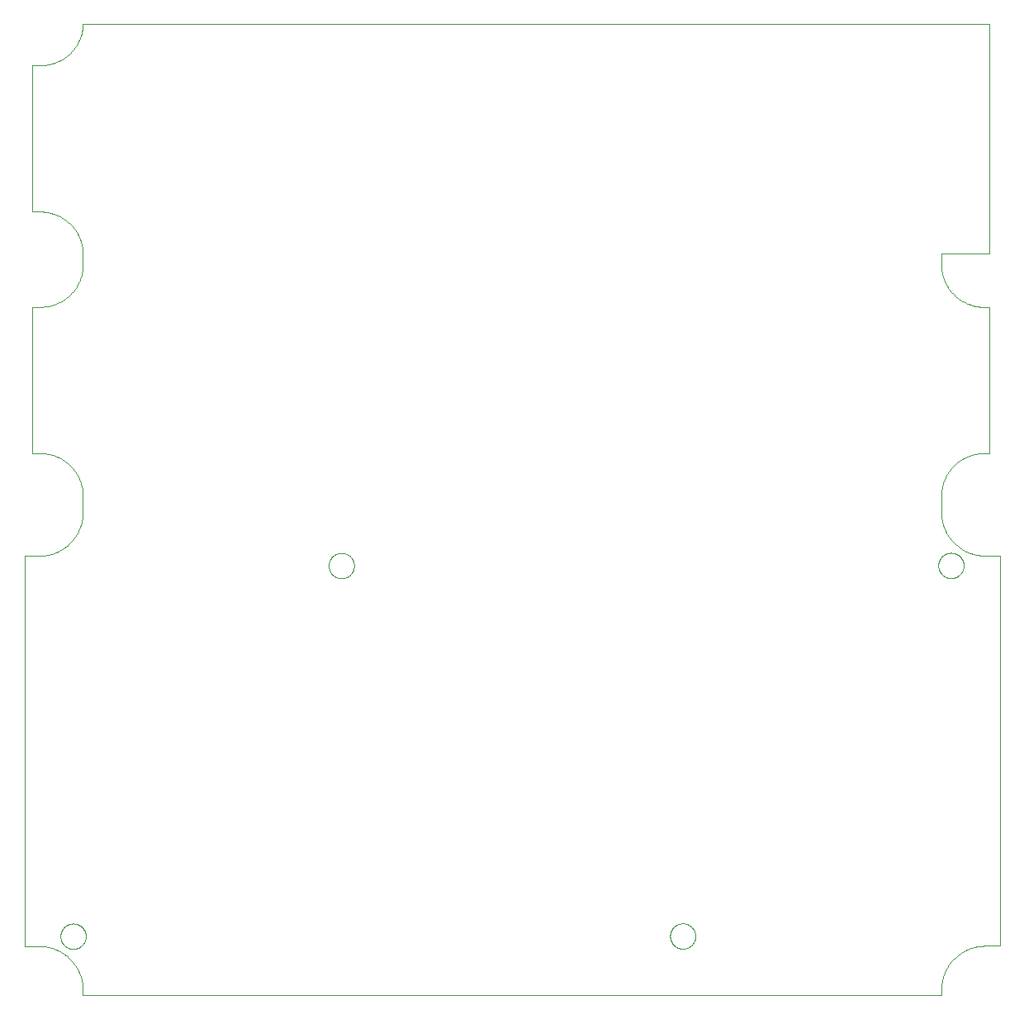
<source format=gbp>
G75*
%MOIN*%
%OFA0B0*%
%FSLAX25Y25*%
%IPPOS*%
%LPD*%
%AMOC8*
5,1,8,0,0,1.08239X$1,22.5*
%
%ADD10C,0.00000*%
D10*
X0008491Y0022031D02*
X0008919Y0022026D01*
X0009347Y0022010D01*
X0009774Y0021984D01*
X0010201Y0021948D01*
X0010627Y0021902D01*
X0011051Y0021845D01*
X0011474Y0021778D01*
X0011895Y0021701D01*
X0012314Y0021614D01*
X0012731Y0021516D01*
X0013145Y0021409D01*
X0013557Y0021291D01*
X0013966Y0021164D01*
X0014371Y0021027D01*
X0014774Y0020880D01*
X0015172Y0020723D01*
X0015567Y0020557D01*
X0015957Y0020381D01*
X0016343Y0020196D01*
X0016725Y0020002D01*
X0017101Y0019798D01*
X0017473Y0019586D01*
X0017839Y0019364D01*
X0018200Y0019134D01*
X0018555Y0018895D01*
X0018905Y0018647D01*
X0019248Y0018392D01*
X0019585Y0018127D01*
X0019916Y0017855D01*
X0020240Y0017575D01*
X0020557Y0017288D01*
X0020867Y0016992D01*
X0021169Y0016690D01*
X0021465Y0016380D01*
X0021752Y0016063D01*
X0022032Y0015739D01*
X0022304Y0015408D01*
X0022569Y0015071D01*
X0022824Y0014728D01*
X0023072Y0014378D01*
X0023311Y0014023D01*
X0023541Y0013662D01*
X0023763Y0013296D01*
X0023975Y0012924D01*
X0024179Y0012548D01*
X0024373Y0012166D01*
X0024558Y0011780D01*
X0024734Y0011390D01*
X0024900Y0010995D01*
X0025057Y0010597D01*
X0025204Y0010194D01*
X0025341Y0009789D01*
X0025468Y0009380D01*
X0025586Y0008968D01*
X0025693Y0008554D01*
X0025791Y0008137D01*
X0025878Y0007718D01*
X0025955Y0007297D01*
X0026022Y0006874D01*
X0026079Y0006450D01*
X0026125Y0006024D01*
X0026161Y0005597D01*
X0026187Y0005170D01*
X0026203Y0004742D01*
X0026208Y0004314D01*
X0026208Y0002375D01*
X0197133Y0002375D01*
X0201739Y0002375D01*
X0372664Y0002375D01*
X0372664Y0004373D01*
X0372669Y0004801D01*
X0372685Y0005229D01*
X0372711Y0005656D01*
X0372747Y0006083D01*
X0372793Y0006509D01*
X0372850Y0006933D01*
X0372917Y0007356D01*
X0372994Y0007777D01*
X0373081Y0008196D01*
X0373179Y0008613D01*
X0373286Y0009027D01*
X0373404Y0009439D01*
X0373531Y0009848D01*
X0373668Y0010253D01*
X0373815Y0010656D01*
X0373972Y0011054D01*
X0374138Y0011449D01*
X0374314Y0011839D01*
X0374499Y0012225D01*
X0374693Y0012607D01*
X0374897Y0012983D01*
X0375109Y0013355D01*
X0375331Y0013721D01*
X0375561Y0014082D01*
X0375800Y0014437D01*
X0376048Y0014787D01*
X0376303Y0015130D01*
X0376568Y0015467D01*
X0376840Y0015798D01*
X0377120Y0016122D01*
X0377407Y0016439D01*
X0377703Y0016749D01*
X0378005Y0017051D01*
X0378315Y0017347D01*
X0378632Y0017634D01*
X0378956Y0017914D01*
X0379287Y0018186D01*
X0379624Y0018451D01*
X0379967Y0018706D01*
X0380317Y0018954D01*
X0380672Y0019193D01*
X0381033Y0019423D01*
X0381399Y0019645D01*
X0381771Y0019857D01*
X0382147Y0020061D01*
X0382529Y0020255D01*
X0382915Y0020440D01*
X0383305Y0020616D01*
X0383700Y0020782D01*
X0384098Y0020939D01*
X0384501Y0021086D01*
X0384906Y0021223D01*
X0385315Y0021350D01*
X0385727Y0021468D01*
X0386141Y0021575D01*
X0386558Y0021673D01*
X0386977Y0021760D01*
X0387398Y0021837D01*
X0387821Y0021904D01*
X0388245Y0021961D01*
X0388671Y0022007D01*
X0389098Y0022043D01*
X0389525Y0022069D01*
X0389953Y0022085D01*
X0390381Y0022090D01*
X0396286Y0022090D01*
X0396286Y0179570D01*
X0390381Y0179570D01*
X0371483Y0175633D02*
X0371485Y0175776D01*
X0371491Y0175919D01*
X0371501Y0176061D01*
X0371515Y0176203D01*
X0371533Y0176345D01*
X0371555Y0176487D01*
X0371580Y0176627D01*
X0371610Y0176767D01*
X0371644Y0176906D01*
X0371681Y0177044D01*
X0371723Y0177181D01*
X0371768Y0177316D01*
X0371817Y0177450D01*
X0371869Y0177583D01*
X0371925Y0177715D01*
X0371985Y0177844D01*
X0372049Y0177972D01*
X0372116Y0178099D01*
X0372187Y0178223D01*
X0372261Y0178345D01*
X0372338Y0178465D01*
X0372419Y0178583D01*
X0372503Y0178699D01*
X0372590Y0178812D01*
X0372680Y0178923D01*
X0372774Y0179031D01*
X0372870Y0179137D01*
X0372969Y0179239D01*
X0373072Y0179339D01*
X0373176Y0179436D01*
X0373284Y0179531D01*
X0373394Y0179622D01*
X0373507Y0179710D01*
X0373622Y0179794D01*
X0373739Y0179876D01*
X0373859Y0179954D01*
X0373980Y0180029D01*
X0374104Y0180101D01*
X0374230Y0180169D01*
X0374357Y0180233D01*
X0374487Y0180294D01*
X0374618Y0180351D01*
X0374750Y0180405D01*
X0374884Y0180454D01*
X0375019Y0180501D01*
X0375156Y0180543D01*
X0375294Y0180581D01*
X0375432Y0180616D01*
X0375572Y0180646D01*
X0375712Y0180673D01*
X0375853Y0180696D01*
X0375995Y0180715D01*
X0376137Y0180730D01*
X0376280Y0180741D01*
X0376422Y0180748D01*
X0376565Y0180751D01*
X0376708Y0180750D01*
X0376851Y0180745D01*
X0376994Y0180736D01*
X0377136Y0180723D01*
X0377278Y0180706D01*
X0377419Y0180685D01*
X0377560Y0180660D01*
X0377700Y0180632D01*
X0377839Y0180599D01*
X0377977Y0180562D01*
X0378114Y0180522D01*
X0378250Y0180478D01*
X0378385Y0180430D01*
X0378518Y0180378D01*
X0378650Y0180323D01*
X0378780Y0180264D01*
X0378909Y0180201D01*
X0379035Y0180135D01*
X0379160Y0180065D01*
X0379283Y0179992D01*
X0379403Y0179916D01*
X0379522Y0179836D01*
X0379638Y0179752D01*
X0379752Y0179666D01*
X0379863Y0179576D01*
X0379972Y0179484D01*
X0380078Y0179388D01*
X0380182Y0179290D01*
X0380283Y0179188D01*
X0380380Y0179084D01*
X0380475Y0178977D01*
X0380567Y0178868D01*
X0380656Y0178756D01*
X0380742Y0178641D01*
X0380824Y0178525D01*
X0380903Y0178405D01*
X0380979Y0178284D01*
X0381051Y0178161D01*
X0381120Y0178036D01*
X0381185Y0177909D01*
X0381247Y0177780D01*
X0381305Y0177649D01*
X0381360Y0177517D01*
X0381410Y0177383D01*
X0381457Y0177248D01*
X0381501Y0177112D01*
X0381540Y0176975D01*
X0381575Y0176836D01*
X0381607Y0176697D01*
X0381635Y0176557D01*
X0381659Y0176416D01*
X0381679Y0176274D01*
X0381695Y0176132D01*
X0381707Y0175990D01*
X0381715Y0175847D01*
X0381719Y0175704D01*
X0381719Y0175562D01*
X0381715Y0175419D01*
X0381707Y0175276D01*
X0381695Y0175134D01*
X0381679Y0174992D01*
X0381659Y0174850D01*
X0381635Y0174709D01*
X0381607Y0174569D01*
X0381575Y0174430D01*
X0381540Y0174291D01*
X0381501Y0174154D01*
X0381457Y0174018D01*
X0381410Y0173883D01*
X0381360Y0173749D01*
X0381305Y0173617D01*
X0381247Y0173486D01*
X0381185Y0173357D01*
X0381120Y0173230D01*
X0381051Y0173105D01*
X0380979Y0172982D01*
X0380903Y0172861D01*
X0380824Y0172741D01*
X0380742Y0172625D01*
X0380656Y0172510D01*
X0380567Y0172398D01*
X0380475Y0172289D01*
X0380380Y0172182D01*
X0380283Y0172078D01*
X0380182Y0171976D01*
X0380078Y0171878D01*
X0379972Y0171782D01*
X0379863Y0171690D01*
X0379752Y0171600D01*
X0379638Y0171514D01*
X0379522Y0171430D01*
X0379403Y0171350D01*
X0379283Y0171274D01*
X0379160Y0171201D01*
X0379035Y0171131D01*
X0378909Y0171065D01*
X0378780Y0171002D01*
X0378650Y0170943D01*
X0378518Y0170888D01*
X0378385Y0170836D01*
X0378250Y0170788D01*
X0378114Y0170744D01*
X0377977Y0170704D01*
X0377839Y0170667D01*
X0377700Y0170634D01*
X0377560Y0170606D01*
X0377419Y0170581D01*
X0377278Y0170560D01*
X0377136Y0170543D01*
X0376994Y0170530D01*
X0376851Y0170521D01*
X0376708Y0170516D01*
X0376565Y0170515D01*
X0376422Y0170518D01*
X0376280Y0170525D01*
X0376137Y0170536D01*
X0375995Y0170551D01*
X0375853Y0170570D01*
X0375712Y0170593D01*
X0375572Y0170620D01*
X0375432Y0170650D01*
X0375294Y0170685D01*
X0375156Y0170723D01*
X0375019Y0170765D01*
X0374884Y0170812D01*
X0374750Y0170861D01*
X0374618Y0170915D01*
X0374487Y0170972D01*
X0374357Y0171033D01*
X0374230Y0171097D01*
X0374104Y0171165D01*
X0373980Y0171237D01*
X0373859Y0171312D01*
X0373739Y0171390D01*
X0373622Y0171472D01*
X0373507Y0171556D01*
X0373394Y0171644D01*
X0373284Y0171735D01*
X0373176Y0171830D01*
X0373072Y0171927D01*
X0372969Y0172027D01*
X0372870Y0172129D01*
X0372774Y0172235D01*
X0372680Y0172343D01*
X0372590Y0172454D01*
X0372503Y0172567D01*
X0372419Y0172683D01*
X0372338Y0172801D01*
X0372261Y0172921D01*
X0372187Y0173043D01*
X0372116Y0173167D01*
X0372049Y0173294D01*
X0371985Y0173422D01*
X0371925Y0173551D01*
X0371869Y0173683D01*
X0371817Y0173816D01*
X0371768Y0173950D01*
X0371723Y0174085D01*
X0371681Y0174222D01*
X0371644Y0174360D01*
X0371610Y0174499D01*
X0371580Y0174639D01*
X0371555Y0174779D01*
X0371533Y0174921D01*
X0371515Y0175063D01*
X0371501Y0175205D01*
X0371491Y0175347D01*
X0371485Y0175490D01*
X0371483Y0175633D01*
X0372664Y0197286D02*
X0372664Y0199225D01*
X0372664Y0204225D01*
X0372665Y0204225D02*
X0372682Y0204641D01*
X0372709Y0205056D01*
X0372747Y0205470D01*
X0372794Y0205884D01*
X0372851Y0206296D01*
X0372919Y0206706D01*
X0372996Y0207115D01*
X0373083Y0207522D01*
X0373180Y0207927D01*
X0373286Y0208329D01*
X0373402Y0208728D01*
X0373528Y0209125D01*
X0373664Y0209518D01*
X0373809Y0209908D01*
X0373963Y0210294D01*
X0374127Y0210677D01*
X0374299Y0211055D01*
X0374481Y0211430D01*
X0374672Y0211799D01*
X0374872Y0212164D01*
X0375080Y0212524D01*
X0375297Y0212879D01*
X0375523Y0213229D01*
X0375757Y0213573D01*
X0375999Y0213911D01*
X0376250Y0214243D01*
X0376508Y0214569D01*
X0376774Y0214889D01*
X0377048Y0215202D01*
X0377329Y0215509D01*
X0377618Y0215808D01*
X0377914Y0216101D01*
X0378216Y0216386D01*
X0378526Y0216664D01*
X0378842Y0216935D01*
X0379165Y0217197D01*
X0379494Y0217452D01*
X0379828Y0217699D01*
X0380169Y0217938D01*
X0380516Y0218168D01*
X0380868Y0218390D01*
X0381225Y0218603D01*
X0381587Y0218808D01*
X0381954Y0219004D01*
X0382326Y0219191D01*
X0382702Y0219368D01*
X0383082Y0219537D01*
X0383466Y0219697D01*
X0383854Y0219847D01*
X0384246Y0219987D01*
X0384641Y0220119D01*
X0385039Y0220240D01*
X0385439Y0220352D01*
X0385843Y0220455D01*
X0386248Y0220547D01*
X0386656Y0220630D01*
X0387066Y0220703D01*
X0387477Y0220765D01*
X0387889Y0220818D01*
X0388303Y0220861D01*
X0388718Y0220894D01*
X0389133Y0220917D01*
X0389549Y0220930D01*
X0389965Y0220933D01*
X0390381Y0220925D01*
X0390381Y0220926D02*
X0392118Y0220926D01*
X0392118Y0280006D01*
X0390381Y0280006D01*
X0390380Y0280006D02*
X0389964Y0279999D01*
X0389548Y0280002D01*
X0389132Y0280015D01*
X0388716Y0280038D01*
X0388301Y0280072D01*
X0387887Y0280115D01*
X0387475Y0280168D01*
X0387063Y0280231D01*
X0386653Y0280304D01*
X0386246Y0280387D01*
X0385840Y0280480D01*
X0385436Y0280583D01*
X0385035Y0280695D01*
X0384638Y0280817D01*
X0384243Y0280948D01*
X0383851Y0281089D01*
X0383463Y0281240D01*
X0383078Y0281400D01*
X0382698Y0281569D01*
X0382322Y0281747D01*
X0381950Y0281934D01*
X0381583Y0282130D01*
X0381221Y0282335D01*
X0380863Y0282549D01*
X0380511Y0282771D01*
X0380165Y0283002D01*
X0379824Y0283240D01*
X0379489Y0283488D01*
X0379160Y0283743D01*
X0378838Y0284006D01*
X0378521Y0284276D01*
X0378212Y0284555D01*
X0377909Y0284840D01*
X0377613Y0285133D01*
X0377325Y0285433D01*
X0377044Y0285740D01*
X0376770Y0286054D01*
X0376504Y0286374D01*
X0376246Y0286700D01*
X0375995Y0287033D01*
X0375753Y0287371D01*
X0375519Y0287716D01*
X0375293Y0288066D01*
X0375076Y0288421D01*
X0374868Y0288781D01*
X0374668Y0289146D01*
X0374478Y0289516D01*
X0374296Y0289891D01*
X0374123Y0290270D01*
X0373960Y0290652D01*
X0373806Y0291039D01*
X0373661Y0291429D01*
X0373526Y0291823D01*
X0373400Y0292220D01*
X0373284Y0292620D01*
X0373177Y0293022D01*
X0373081Y0293427D01*
X0372994Y0293834D01*
X0372917Y0294243D01*
X0372850Y0294654D01*
X0372793Y0295066D01*
X0372746Y0295480D01*
X0372708Y0295894D01*
X0372681Y0296310D01*
X0372664Y0296726D01*
X0372664Y0296725D02*
X0372664Y0301725D01*
X0392118Y0301725D01*
X0392118Y0394225D01*
X0348993Y0394225D01*
X0343993Y0394225D01*
X0300868Y0394225D01*
X0295868Y0394225D01*
X0252743Y0394225D01*
X0247743Y0394225D01*
X0204618Y0394225D01*
X0203993Y0394225D01*
X0199618Y0394225D01*
X0138368Y0394225D01*
X0133368Y0394225D01*
X0026208Y0394225D01*
X0026207Y0394226D02*
X0026190Y0393810D01*
X0026163Y0393395D01*
X0026125Y0392981D01*
X0026078Y0392567D01*
X0026021Y0392155D01*
X0025953Y0391745D01*
X0025876Y0391336D01*
X0025789Y0390929D01*
X0025692Y0390524D01*
X0025586Y0390122D01*
X0025470Y0389723D01*
X0025344Y0389326D01*
X0025208Y0388933D01*
X0025063Y0388543D01*
X0024909Y0388157D01*
X0024745Y0387774D01*
X0024573Y0387396D01*
X0024391Y0387021D01*
X0024200Y0386652D01*
X0024000Y0386287D01*
X0023792Y0385927D01*
X0023575Y0385572D01*
X0023349Y0385222D01*
X0023115Y0384878D01*
X0022873Y0384540D01*
X0022622Y0384208D01*
X0022364Y0383882D01*
X0022098Y0383562D01*
X0021824Y0383249D01*
X0021543Y0382942D01*
X0021254Y0382643D01*
X0020958Y0382350D01*
X0020656Y0382065D01*
X0020346Y0381787D01*
X0020030Y0381516D01*
X0019707Y0381254D01*
X0019378Y0380999D01*
X0019044Y0380752D01*
X0018703Y0380513D01*
X0018356Y0380283D01*
X0018004Y0380061D01*
X0017647Y0379848D01*
X0017285Y0379643D01*
X0016918Y0379447D01*
X0016546Y0379260D01*
X0016170Y0379083D01*
X0015790Y0378914D01*
X0015406Y0378754D01*
X0015018Y0378604D01*
X0014626Y0378464D01*
X0014231Y0378332D01*
X0013833Y0378211D01*
X0013433Y0378099D01*
X0013029Y0377996D01*
X0012624Y0377904D01*
X0012216Y0377821D01*
X0011806Y0377748D01*
X0011395Y0377686D01*
X0010983Y0377633D01*
X0010569Y0377590D01*
X0010154Y0377557D01*
X0009739Y0377534D01*
X0009323Y0377521D01*
X0008907Y0377518D01*
X0008491Y0377526D01*
X0008491Y0377525D02*
X0005868Y0377525D01*
X0005868Y0318445D01*
X0008491Y0318445D01*
X0008492Y0318445D02*
X0008914Y0318452D01*
X0009337Y0318449D01*
X0009759Y0318435D01*
X0010182Y0318411D01*
X0010603Y0318376D01*
X0011023Y0318332D01*
X0011442Y0318277D01*
X0011860Y0318211D01*
X0012276Y0318136D01*
X0012690Y0318050D01*
X0013102Y0317954D01*
X0013511Y0317848D01*
X0013918Y0317732D01*
X0014321Y0317606D01*
X0014722Y0317470D01*
X0015118Y0317325D01*
X0015512Y0317170D01*
X0015901Y0317005D01*
X0016286Y0316830D01*
X0016667Y0316647D01*
X0017043Y0316454D01*
X0017414Y0316251D01*
X0017780Y0316040D01*
X0018141Y0315820D01*
X0018497Y0315591D01*
X0018846Y0315353D01*
X0019190Y0315107D01*
X0019528Y0314853D01*
X0019859Y0314590D01*
X0020183Y0314319D01*
X0020501Y0314041D01*
X0020812Y0313754D01*
X0021116Y0313460D01*
X0021413Y0313159D01*
X0021702Y0312851D01*
X0021983Y0312535D01*
X0022257Y0312213D01*
X0022523Y0311884D01*
X0022780Y0311549D01*
X0023029Y0311207D01*
X0023270Y0310860D01*
X0023502Y0310506D01*
X0023725Y0310147D01*
X0023940Y0309783D01*
X0024145Y0309414D01*
X0024342Y0309039D01*
X0024529Y0308660D01*
X0024706Y0308276D01*
X0024875Y0307889D01*
X0025033Y0307497D01*
X0025182Y0307101D01*
X0025322Y0306702D01*
X0025451Y0306300D01*
X0025571Y0305894D01*
X0025680Y0305486D01*
X0025780Y0305075D01*
X0025869Y0304662D01*
X0025948Y0304246D01*
X0026017Y0303829D01*
X0026076Y0303411D01*
X0026124Y0302991D01*
X0026163Y0302570D01*
X0026190Y0302148D01*
X0026208Y0301725D01*
X0026208Y0296725D01*
X0026207Y0296726D02*
X0026190Y0296310D01*
X0026163Y0295895D01*
X0026125Y0295481D01*
X0026078Y0295067D01*
X0026021Y0294655D01*
X0025953Y0294245D01*
X0025876Y0293836D01*
X0025789Y0293429D01*
X0025692Y0293024D01*
X0025586Y0292622D01*
X0025470Y0292223D01*
X0025344Y0291826D01*
X0025208Y0291433D01*
X0025063Y0291043D01*
X0024909Y0290657D01*
X0024745Y0290274D01*
X0024573Y0289896D01*
X0024391Y0289521D01*
X0024200Y0289152D01*
X0024000Y0288787D01*
X0023792Y0288427D01*
X0023575Y0288072D01*
X0023349Y0287722D01*
X0023115Y0287378D01*
X0022873Y0287040D01*
X0022622Y0286708D01*
X0022364Y0286382D01*
X0022098Y0286062D01*
X0021824Y0285749D01*
X0021543Y0285442D01*
X0021254Y0285143D01*
X0020958Y0284850D01*
X0020656Y0284565D01*
X0020346Y0284287D01*
X0020030Y0284016D01*
X0019707Y0283754D01*
X0019378Y0283499D01*
X0019044Y0283252D01*
X0018703Y0283013D01*
X0018356Y0282783D01*
X0018004Y0282561D01*
X0017647Y0282348D01*
X0017285Y0282143D01*
X0016918Y0281947D01*
X0016546Y0281760D01*
X0016170Y0281583D01*
X0015790Y0281414D01*
X0015406Y0281254D01*
X0015018Y0281104D01*
X0014626Y0280964D01*
X0014231Y0280832D01*
X0013833Y0280711D01*
X0013433Y0280599D01*
X0013029Y0280496D01*
X0012624Y0280404D01*
X0012216Y0280321D01*
X0011806Y0280248D01*
X0011395Y0280186D01*
X0010983Y0280133D01*
X0010569Y0280090D01*
X0010154Y0280057D01*
X0009739Y0280034D01*
X0009323Y0280021D01*
X0008907Y0280018D01*
X0008491Y0280026D01*
X0008491Y0280025D02*
X0005868Y0280025D01*
X0005868Y0220945D01*
X0008491Y0220945D01*
X0026208Y0204225D02*
X0026208Y0199225D01*
X0026208Y0197227D01*
X0026203Y0196799D01*
X0026187Y0196371D01*
X0026161Y0195944D01*
X0026125Y0195517D01*
X0026079Y0195091D01*
X0026022Y0194667D01*
X0025955Y0194244D01*
X0025878Y0193823D01*
X0025791Y0193404D01*
X0025693Y0192987D01*
X0025586Y0192573D01*
X0025468Y0192161D01*
X0025341Y0191752D01*
X0025204Y0191347D01*
X0025057Y0190944D01*
X0024900Y0190546D01*
X0024734Y0190151D01*
X0024558Y0189761D01*
X0024373Y0189375D01*
X0024179Y0188993D01*
X0023975Y0188617D01*
X0023763Y0188245D01*
X0023541Y0187879D01*
X0023311Y0187518D01*
X0023072Y0187163D01*
X0022824Y0186813D01*
X0022569Y0186470D01*
X0022304Y0186133D01*
X0022032Y0185802D01*
X0021752Y0185478D01*
X0021465Y0185161D01*
X0021169Y0184851D01*
X0020867Y0184549D01*
X0020557Y0184253D01*
X0020240Y0183966D01*
X0019916Y0183686D01*
X0019585Y0183414D01*
X0019248Y0183149D01*
X0018905Y0182894D01*
X0018555Y0182646D01*
X0018200Y0182407D01*
X0017839Y0182177D01*
X0017473Y0181955D01*
X0017101Y0181743D01*
X0016725Y0181539D01*
X0016343Y0181345D01*
X0015957Y0181160D01*
X0015567Y0180984D01*
X0015172Y0180818D01*
X0014774Y0180661D01*
X0014371Y0180514D01*
X0013966Y0180377D01*
X0013557Y0180250D01*
X0013145Y0180132D01*
X0012731Y0180025D01*
X0012314Y0179927D01*
X0011895Y0179840D01*
X0011474Y0179763D01*
X0011051Y0179696D01*
X0010627Y0179639D01*
X0010201Y0179593D01*
X0009774Y0179557D01*
X0009347Y0179531D01*
X0008919Y0179515D01*
X0008491Y0179510D01*
X0008491Y0179511D02*
X0002586Y0179511D01*
X0002586Y0022031D01*
X0008491Y0022031D01*
X0017153Y0025968D02*
X0017155Y0026111D01*
X0017161Y0026254D01*
X0017171Y0026396D01*
X0017185Y0026538D01*
X0017203Y0026680D01*
X0017225Y0026822D01*
X0017250Y0026962D01*
X0017280Y0027102D01*
X0017314Y0027241D01*
X0017351Y0027379D01*
X0017393Y0027516D01*
X0017438Y0027651D01*
X0017487Y0027785D01*
X0017539Y0027918D01*
X0017595Y0028050D01*
X0017655Y0028179D01*
X0017719Y0028307D01*
X0017786Y0028434D01*
X0017857Y0028558D01*
X0017931Y0028680D01*
X0018008Y0028800D01*
X0018089Y0028918D01*
X0018173Y0029034D01*
X0018260Y0029147D01*
X0018350Y0029258D01*
X0018444Y0029366D01*
X0018540Y0029472D01*
X0018639Y0029574D01*
X0018742Y0029674D01*
X0018846Y0029771D01*
X0018954Y0029866D01*
X0019064Y0029957D01*
X0019177Y0030045D01*
X0019292Y0030129D01*
X0019409Y0030211D01*
X0019529Y0030289D01*
X0019650Y0030364D01*
X0019774Y0030436D01*
X0019900Y0030504D01*
X0020027Y0030568D01*
X0020157Y0030629D01*
X0020288Y0030686D01*
X0020420Y0030740D01*
X0020554Y0030789D01*
X0020689Y0030836D01*
X0020826Y0030878D01*
X0020964Y0030916D01*
X0021102Y0030951D01*
X0021242Y0030981D01*
X0021382Y0031008D01*
X0021523Y0031031D01*
X0021665Y0031050D01*
X0021807Y0031065D01*
X0021950Y0031076D01*
X0022092Y0031083D01*
X0022235Y0031086D01*
X0022378Y0031085D01*
X0022521Y0031080D01*
X0022664Y0031071D01*
X0022806Y0031058D01*
X0022948Y0031041D01*
X0023089Y0031020D01*
X0023230Y0030995D01*
X0023370Y0030967D01*
X0023509Y0030934D01*
X0023647Y0030897D01*
X0023784Y0030857D01*
X0023920Y0030813D01*
X0024055Y0030765D01*
X0024188Y0030713D01*
X0024320Y0030658D01*
X0024450Y0030599D01*
X0024579Y0030536D01*
X0024705Y0030470D01*
X0024830Y0030400D01*
X0024953Y0030327D01*
X0025073Y0030251D01*
X0025192Y0030171D01*
X0025308Y0030087D01*
X0025422Y0030001D01*
X0025533Y0029911D01*
X0025642Y0029819D01*
X0025748Y0029723D01*
X0025852Y0029625D01*
X0025953Y0029523D01*
X0026050Y0029419D01*
X0026145Y0029312D01*
X0026237Y0029203D01*
X0026326Y0029091D01*
X0026412Y0028976D01*
X0026494Y0028860D01*
X0026573Y0028740D01*
X0026649Y0028619D01*
X0026721Y0028496D01*
X0026790Y0028371D01*
X0026855Y0028244D01*
X0026917Y0028115D01*
X0026975Y0027984D01*
X0027030Y0027852D01*
X0027080Y0027718D01*
X0027127Y0027583D01*
X0027171Y0027447D01*
X0027210Y0027310D01*
X0027245Y0027171D01*
X0027277Y0027032D01*
X0027305Y0026892D01*
X0027329Y0026751D01*
X0027349Y0026609D01*
X0027365Y0026467D01*
X0027377Y0026325D01*
X0027385Y0026182D01*
X0027389Y0026039D01*
X0027389Y0025897D01*
X0027385Y0025754D01*
X0027377Y0025611D01*
X0027365Y0025469D01*
X0027349Y0025327D01*
X0027329Y0025185D01*
X0027305Y0025044D01*
X0027277Y0024904D01*
X0027245Y0024765D01*
X0027210Y0024626D01*
X0027171Y0024489D01*
X0027127Y0024353D01*
X0027080Y0024218D01*
X0027030Y0024084D01*
X0026975Y0023952D01*
X0026917Y0023821D01*
X0026855Y0023692D01*
X0026790Y0023565D01*
X0026721Y0023440D01*
X0026649Y0023317D01*
X0026573Y0023196D01*
X0026494Y0023076D01*
X0026412Y0022960D01*
X0026326Y0022845D01*
X0026237Y0022733D01*
X0026145Y0022624D01*
X0026050Y0022517D01*
X0025953Y0022413D01*
X0025852Y0022311D01*
X0025748Y0022213D01*
X0025642Y0022117D01*
X0025533Y0022025D01*
X0025422Y0021935D01*
X0025308Y0021849D01*
X0025192Y0021765D01*
X0025073Y0021685D01*
X0024953Y0021609D01*
X0024830Y0021536D01*
X0024705Y0021466D01*
X0024579Y0021400D01*
X0024450Y0021337D01*
X0024320Y0021278D01*
X0024188Y0021223D01*
X0024055Y0021171D01*
X0023920Y0021123D01*
X0023784Y0021079D01*
X0023647Y0021039D01*
X0023509Y0021002D01*
X0023370Y0020969D01*
X0023230Y0020941D01*
X0023089Y0020916D01*
X0022948Y0020895D01*
X0022806Y0020878D01*
X0022664Y0020865D01*
X0022521Y0020856D01*
X0022378Y0020851D01*
X0022235Y0020850D01*
X0022092Y0020853D01*
X0021950Y0020860D01*
X0021807Y0020871D01*
X0021665Y0020886D01*
X0021523Y0020905D01*
X0021382Y0020928D01*
X0021242Y0020955D01*
X0021102Y0020985D01*
X0020964Y0021020D01*
X0020826Y0021058D01*
X0020689Y0021100D01*
X0020554Y0021147D01*
X0020420Y0021196D01*
X0020288Y0021250D01*
X0020157Y0021307D01*
X0020027Y0021368D01*
X0019900Y0021432D01*
X0019774Y0021500D01*
X0019650Y0021572D01*
X0019529Y0021647D01*
X0019409Y0021725D01*
X0019292Y0021807D01*
X0019177Y0021891D01*
X0019064Y0021979D01*
X0018954Y0022070D01*
X0018846Y0022165D01*
X0018742Y0022262D01*
X0018639Y0022362D01*
X0018540Y0022464D01*
X0018444Y0022570D01*
X0018350Y0022678D01*
X0018260Y0022789D01*
X0018173Y0022902D01*
X0018089Y0023018D01*
X0018008Y0023136D01*
X0017931Y0023256D01*
X0017857Y0023378D01*
X0017786Y0023502D01*
X0017719Y0023629D01*
X0017655Y0023757D01*
X0017595Y0023886D01*
X0017539Y0024018D01*
X0017487Y0024151D01*
X0017438Y0024285D01*
X0017393Y0024420D01*
X0017351Y0024557D01*
X0017314Y0024695D01*
X0017280Y0024834D01*
X0017250Y0024974D01*
X0017225Y0025114D01*
X0017203Y0025256D01*
X0017185Y0025398D01*
X0017171Y0025540D01*
X0017161Y0025682D01*
X0017155Y0025825D01*
X0017153Y0025968D01*
X0125420Y0175574D02*
X0125422Y0175717D01*
X0125428Y0175860D01*
X0125438Y0176002D01*
X0125452Y0176144D01*
X0125470Y0176286D01*
X0125492Y0176428D01*
X0125517Y0176568D01*
X0125547Y0176708D01*
X0125581Y0176847D01*
X0125618Y0176985D01*
X0125660Y0177122D01*
X0125705Y0177257D01*
X0125754Y0177391D01*
X0125806Y0177524D01*
X0125862Y0177656D01*
X0125922Y0177785D01*
X0125986Y0177913D01*
X0126053Y0178040D01*
X0126124Y0178164D01*
X0126198Y0178286D01*
X0126275Y0178406D01*
X0126356Y0178524D01*
X0126440Y0178640D01*
X0126527Y0178753D01*
X0126617Y0178864D01*
X0126711Y0178972D01*
X0126807Y0179078D01*
X0126906Y0179180D01*
X0127009Y0179280D01*
X0127113Y0179377D01*
X0127221Y0179472D01*
X0127331Y0179563D01*
X0127444Y0179651D01*
X0127559Y0179735D01*
X0127676Y0179817D01*
X0127796Y0179895D01*
X0127917Y0179970D01*
X0128041Y0180042D01*
X0128167Y0180110D01*
X0128294Y0180174D01*
X0128424Y0180235D01*
X0128555Y0180292D01*
X0128687Y0180346D01*
X0128821Y0180395D01*
X0128956Y0180442D01*
X0129093Y0180484D01*
X0129231Y0180522D01*
X0129369Y0180557D01*
X0129509Y0180587D01*
X0129649Y0180614D01*
X0129790Y0180637D01*
X0129932Y0180656D01*
X0130074Y0180671D01*
X0130217Y0180682D01*
X0130359Y0180689D01*
X0130502Y0180692D01*
X0130645Y0180691D01*
X0130788Y0180686D01*
X0130931Y0180677D01*
X0131073Y0180664D01*
X0131215Y0180647D01*
X0131356Y0180626D01*
X0131497Y0180601D01*
X0131637Y0180573D01*
X0131776Y0180540D01*
X0131914Y0180503D01*
X0132051Y0180463D01*
X0132187Y0180419D01*
X0132322Y0180371D01*
X0132455Y0180319D01*
X0132587Y0180264D01*
X0132717Y0180205D01*
X0132846Y0180142D01*
X0132972Y0180076D01*
X0133097Y0180006D01*
X0133220Y0179933D01*
X0133340Y0179857D01*
X0133459Y0179777D01*
X0133575Y0179693D01*
X0133689Y0179607D01*
X0133800Y0179517D01*
X0133909Y0179425D01*
X0134015Y0179329D01*
X0134119Y0179231D01*
X0134220Y0179129D01*
X0134317Y0179025D01*
X0134412Y0178918D01*
X0134504Y0178809D01*
X0134593Y0178697D01*
X0134679Y0178582D01*
X0134761Y0178466D01*
X0134840Y0178346D01*
X0134916Y0178225D01*
X0134988Y0178102D01*
X0135057Y0177977D01*
X0135122Y0177850D01*
X0135184Y0177721D01*
X0135242Y0177590D01*
X0135297Y0177458D01*
X0135347Y0177324D01*
X0135394Y0177189D01*
X0135438Y0177053D01*
X0135477Y0176916D01*
X0135512Y0176777D01*
X0135544Y0176638D01*
X0135572Y0176498D01*
X0135596Y0176357D01*
X0135616Y0176215D01*
X0135632Y0176073D01*
X0135644Y0175931D01*
X0135652Y0175788D01*
X0135656Y0175645D01*
X0135656Y0175503D01*
X0135652Y0175360D01*
X0135644Y0175217D01*
X0135632Y0175075D01*
X0135616Y0174933D01*
X0135596Y0174791D01*
X0135572Y0174650D01*
X0135544Y0174510D01*
X0135512Y0174371D01*
X0135477Y0174232D01*
X0135438Y0174095D01*
X0135394Y0173959D01*
X0135347Y0173824D01*
X0135297Y0173690D01*
X0135242Y0173558D01*
X0135184Y0173427D01*
X0135122Y0173298D01*
X0135057Y0173171D01*
X0134988Y0173046D01*
X0134916Y0172923D01*
X0134840Y0172802D01*
X0134761Y0172682D01*
X0134679Y0172566D01*
X0134593Y0172451D01*
X0134504Y0172339D01*
X0134412Y0172230D01*
X0134317Y0172123D01*
X0134220Y0172019D01*
X0134119Y0171917D01*
X0134015Y0171819D01*
X0133909Y0171723D01*
X0133800Y0171631D01*
X0133689Y0171541D01*
X0133575Y0171455D01*
X0133459Y0171371D01*
X0133340Y0171291D01*
X0133220Y0171215D01*
X0133097Y0171142D01*
X0132972Y0171072D01*
X0132846Y0171006D01*
X0132717Y0170943D01*
X0132587Y0170884D01*
X0132455Y0170829D01*
X0132322Y0170777D01*
X0132187Y0170729D01*
X0132051Y0170685D01*
X0131914Y0170645D01*
X0131776Y0170608D01*
X0131637Y0170575D01*
X0131497Y0170547D01*
X0131356Y0170522D01*
X0131215Y0170501D01*
X0131073Y0170484D01*
X0130931Y0170471D01*
X0130788Y0170462D01*
X0130645Y0170457D01*
X0130502Y0170456D01*
X0130359Y0170459D01*
X0130217Y0170466D01*
X0130074Y0170477D01*
X0129932Y0170492D01*
X0129790Y0170511D01*
X0129649Y0170534D01*
X0129509Y0170561D01*
X0129369Y0170591D01*
X0129231Y0170626D01*
X0129093Y0170664D01*
X0128956Y0170706D01*
X0128821Y0170753D01*
X0128687Y0170802D01*
X0128555Y0170856D01*
X0128424Y0170913D01*
X0128294Y0170974D01*
X0128167Y0171038D01*
X0128041Y0171106D01*
X0127917Y0171178D01*
X0127796Y0171253D01*
X0127676Y0171331D01*
X0127559Y0171413D01*
X0127444Y0171497D01*
X0127331Y0171585D01*
X0127221Y0171676D01*
X0127113Y0171771D01*
X0127009Y0171868D01*
X0126906Y0171968D01*
X0126807Y0172070D01*
X0126711Y0172176D01*
X0126617Y0172284D01*
X0126527Y0172395D01*
X0126440Y0172508D01*
X0126356Y0172624D01*
X0126275Y0172742D01*
X0126198Y0172862D01*
X0126124Y0172984D01*
X0126053Y0173108D01*
X0125986Y0173235D01*
X0125922Y0173363D01*
X0125862Y0173492D01*
X0125806Y0173624D01*
X0125754Y0173757D01*
X0125705Y0173891D01*
X0125660Y0174026D01*
X0125618Y0174163D01*
X0125581Y0174301D01*
X0125547Y0174440D01*
X0125517Y0174580D01*
X0125492Y0174720D01*
X0125470Y0174862D01*
X0125452Y0175004D01*
X0125438Y0175146D01*
X0125428Y0175288D01*
X0125422Y0175431D01*
X0125420Y0175574D01*
X0026208Y0204225D02*
X0026190Y0204648D01*
X0026163Y0205070D01*
X0026124Y0205491D01*
X0026076Y0205911D01*
X0026017Y0206329D01*
X0025948Y0206746D01*
X0025869Y0207162D01*
X0025780Y0207575D01*
X0025680Y0207986D01*
X0025571Y0208394D01*
X0025451Y0208800D01*
X0025322Y0209202D01*
X0025182Y0209601D01*
X0025033Y0209997D01*
X0024875Y0210389D01*
X0024706Y0210776D01*
X0024529Y0211160D01*
X0024342Y0211539D01*
X0024145Y0211914D01*
X0023940Y0212283D01*
X0023725Y0212647D01*
X0023502Y0213006D01*
X0023270Y0213360D01*
X0023029Y0213707D01*
X0022780Y0214049D01*
X0022523Y0214384D01*
X0022257Y0214713D01*
X0021983Y0215035D01*
X0021702Y0215351D01*
X0021413Y0215659D01*
X0021116Y0215960D01*
X0020812Y0216254D01*
X0020501Y0216541D01*
X0020183Y0216819D01*
X0019859Y0217090D01*
X0019528Y0217353D01*
X0019190Y0217607D01*
X0018846Y0217853D01*
X0018497Y0218091D01*
X0018141Y0218320D01*
X0017780Y0218540D01*
X0017414Y0218751D01*
X0017043Y0218954D01*
X0016667Y0219147D01*
X0016286Y0219330D01*
X0015901Y0219505D01*
X0015512Y0219670D01*
X0015118Y0219825D01*
X0014722Y0219970D01*
X0014321Y0220106D01*
X0013918Y0220232D01*
X0013511Y0220348D01*
X0013102Y0220454D01*
X0012690Y0220550D01*
X0012276Y0220636D01*
X0011860Y0220711D01*
X0011442Y0220777D01*
X0011023Y0220832D01*
X0010603Y0220876D01*
X0010182Y0220911D01*
X0009759Y0220935D01*
X0009337Y0220949D01*
X0008914Y0220952D01*
X0008492Y0220945D01*
X0263216Y0026027D02*
X0263218Y0026170D01*
X0263224Y0026313D01*
X0263234Y0026455D01*
X0263248Y0026597D01*
X0263266Y0026739D01*
X0263288Y0026881D01*
X0263313Y0027021D01*
X0263343Y0027161D01*
X0263377Y0027300D01*
X0263414Y0027438D01*
X0263456Y0027575D01*
X0263501Y0027710D01*
X0263550Y0027844D01*
X0263602Y0027977D01*
X0263658Y0028109D01*
X0263718Y0028238D01*
X0263782Y0028366D01*
X0263849Y0028493D01*
X0263920Y0028617D01*
X0263994Y0028739D01*
X0264071Y0028859D01*
X0264152Y0028977D01*
X0264236Y0029093D01*
X0264323Y0029206D01*
X0264413Y0029317D01*
X0264507Y0029425D01*
X0264603Y0029531D01*
X0264702Y0029633D01*
X0264805Y0029733D01*
X0264909Y0029830D01*
X0265017Y0029925D01*
X0265127Y0030016D01*
X0265240Y0030104D01*
X0265355Y0030188D01*
X0265472Y0030270D01*
X0265592Y0030348D01*
X0265713Y0030423D01*
X0265837Y0030495D01*
X0265963Y0030563D01*
X0266090Y0030627D01*
X0266220Y0030688D01*
X0266351Y0030745D01*
X0266483Y0030799D01*
X0266617Y0030848D01*
X0266752Y0030895D01*
X0266889Y0030937D01*
X0267027Y0030975D01*
X0267165Y0031010D01*
X0267305Y0031040D01*
X0267445Y0031067D01*
X0267586Y0031090D01*
X0267728Y0031109D01*
X0267870Y0031124D01*
X0268013Y0031135D01*
X0268155Y0031142D01*
X0268298Y0031145D01*
X0268441Y0031144D01*
X0268584Y0031139D01*
X0268727Y0031130D01*
X0268869Y0031117D01*
X0269011Y0031100D01*
X0269152Y0031079D01*
X0269293Y0031054D01*
X0269433Y0031026D01*
X0269572Y0030993D01*
X0269710Y0030956D01*
X0269847Y0030916D01*
X0269983Y0030872D01*
X0270118Y0030824D01*
X0270251Y0030772D01*
X0270383Y0030717D01*
X0270513Y0030658D01*
X0270642Y0030595D01*
X0270768Y0030529D01*
X0270893Y0030459D01*
X0271016Y0030386D01*
X0271136Y0030310D01*
X0271255Y0030230D01*
X0271371Y0030146D01*
X0271485Y0030060D01*
X0271596Y0029970D01*
X0271705Y0029878D01*
X0271811Y0029782D01*
X0271915Y0029684D01*
X0272016Y0029582D01*
X0272113Y0029478D01*
X0272208Y0029371D01*
X0272300Y0029262D01*
X0272389Y0029150D01*
X0272475Y0029035D01*
X0272557Y0028919D01*
X0272636Y0028799D01*
X0272712Y0028678D01*
X0272784Y0028555D01*
X0272853Y0028430D01*
X0272918Y0028303D01*
X0272980Y0028174D01*
X0273038Y0028043D01*
X0273093Y0027911D01*
X0273143Y0027777D01*
X0273190Y0027642D01*
X0273234Y0027506D01*
X0273273Y0027369D01*
X0273308Y0027230D01*
X0273340Y0027091D01*
X0273368Y0026951D01*
X0273392Y0026810D01*
X0273412Y0026668D01*
X0273428Y0026526D01*
X0273440Y0026384D01*
X0273448Y0026241D01*
X0273452Y0026098D01*
X0273452Y0025956D01*
X0273448Y0025813D01*
X0273440Y0025670D01*
X0273428Y0025528D01*
X0273412Y0025386D01*
X0273392Y0025244D01*
X0273368Y0025103D01*
X0273340Y0024963D01*
X0273308Y0024824D01*
X0273273Y0024685D01*
X0273234Y0024548D01*
X0273190Y0024412D01*
X0273143Y0024277D01*
X0273093Y0024143D01*
X0273038Y0024011D01*
X0272980Y0023880D01*
X0272918Y0023751D01*
X0272853Y0023624D01*
X0272784Y0023499D01*
X0272712Y0023376D01*
X0272636Y0023255D01*
X0272557Y0023135D01*
X0272475Y0023019D01*
X0272389Y0022904D01*
X0272300Y0022792D01*
X0272208Y0022683D01*
X0272113Y0022576D01*
X0272016Y0022472D01*
X0271915Y0022370D01*
X0271811Y0022272D01*
X0271705Y0022176D01*
X0271596Y0022084D01*
X0271485Y0021994D01*
X0271371Y0021908D01*
X0271255Y0021824D01*
X0271136Y0021744D01*
X0271016Y0021668D01*
X0270893Y0021595D01*
X0270768Y0021525D01*
X0270642Y0021459D01*
X0270513Y0021396D01*
X0270383Y0021337D01*
X0270251Y0021282D01*
X0270118Y0021230D01*
X0269983Y0021182D01*
X0269847Y0021138D01*
X0269710Y0021098D01*
X0269572Y0021061D01*
X0269433Y0021028D01*
X0269293Y0021000D01*
X0269152Y0020975D01*
X0269011Y0020954D01*
X0268869Y0020937D01*
X0268727Y0020924D01*
X0268584Y0020915D01*
X0268441Y0020910D01*
X0268298Y0020909D01*
X0268155Y0020912D01*
X0268013Y0020919D01*
X0267870Y0020930D01*
X0267728Y0020945D01*
X0267586Y0020964D01*
X0267445Y0020987D01*
X0267305Y0021014D01*
X0267165Y0021044D01*
X0267027Y0021079D01*
X0266889Y0021117D01*
X0266752Y0021159D01*
X0266617Y0021206D01*
X0266483Y0021255D01*
X0266351Y0021309D01*
X0266220Y0021366D01*
X0266090Y0021427D01*
X0265963Y0021491D01*
X0265837Y0021559D01*
X0265713Y0021631D01*
X0265592Y0021706D01*
X0265472Y0021784D01*
X0265355Y0021866D01*
X0265240Y0021950D01*
X0265127Y0022038D01*
X0265017Y0022129D01*
X0264909Y0022224D01*
X0264805Y0022321D01*
X0264702Y0022421D01*
X0264603Y0022523D01*
X0264507Y0022629D01*
X0264413Y0022737D01*
X0264323Y0022848D01*
X0264236Y0022961D01*
X0264152Y0023077D01*
X0264071Y0023195D01*
X0263994Y0023315D01*
X0263920Y0023437D01*
X0263849Y0023561D01*
X0263782Y0023688D01*
X0263718Y0023816D01*
X0263658Y0023945D01*
X0263602Y0024077D01*
X0263550Y0024210D01*
X0263501Y0024344D01*
X0263456Y0024479D01*
X0263414Y0024616D01*
X0263377Y0024754D01*
X0263343Y0024893D01*
X0263313Y0025033D01*
X0263288Y0025173D01*
X0263266Y0025315D01*
X0263248Y0025457D01*
X0263234Y0025599D01*
X0263224Y0025741D01*
X0263218Y0025884D01*
X0263216Y0026027D01*
X0390381Y0179569D02*
X0389953Y0179574D01*
X0389525Y0179590D01*
X0389098Y0179616D01*
X0388671Y0179652D01*
X0388245Y0179698D01*
X0387821Y0179755D01*
X0387398Y0179822D01*
X0386977Y0179899D01*
X0386558Y0179986D01*
X0386141Y0180084D01*
X0385727Y0180191D01*
X0385315Y0180309D01*
X0384906Y0180436D01*
X0384501Y0180573D01*
X0384098Y0180720D01*
X0383700Y0180877D01*
X0383305Y0181043D01*
X0382915Y0181219D01*
X0382529Y0181404D01*
X0382147Y0181598D01*
X0381771Y0181802D01*
X0381399Y0182014D01*
X0381033Y0182236D01*
X0380672Y0182466D01*
X0380317Y0182705D01*
X0379967Y0182953D01*
X0379624Y0183208D01*
X0379287Y0183473D01*
X0378956Y0183745D01*
X0378632Y0184025D01*
X0378315Y0184312D01*
X0378005Y0184608D01*
X0377703Y0184910D01*
X0377407Y0185220D01*
X0377120Y0185537D01*
X0376840Y0185861D01*
X0376568Y0186192D01*
X0376303Y0186529D01*
X0376048Y0186872D01*
X0375800Y0187222D01*
X0375561Y0187577D01*
X0375331Y0187938D01*
X0375109Y0188304D01*
X0374897Y0188676D01*
X0374693Y0189052D01*
X0374499Y0189434D01*
X0374314Y0189820D01*
X0374138Y0190210D01*
X0373972Y0190605D01*
X0373815Y0191003D01*
X0373668Y0191406D01*
X0373531Y0191811D01*
X0373404Y0192220D01*
X0373286Y0192632D01*
X0373179Y0193046D01*
X0373081Y0193463D01*
X0372994Y0193882D01*
X0372917Y0194303D01*
X0372850Y0194726D01*
X0372793Y0195150D01*
X0372747Y0195576D01*
X0372711Y0196003D01*
X0372685Y0196430D01*
X0372669Y0196858D01*
X0372664Y0197286D01*
M02*

</source>
